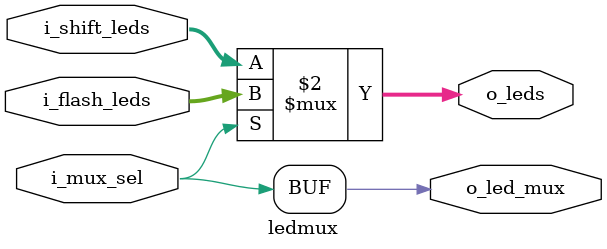
<source format=v>

module ledmux 
#(
	parameter N_LEDS = 4,
	parameter MUXSEL = 1	
)
(
	input [MUXSEL-1 : 0] i_mux_sel ,  			//btn[0] 
	input [N_LEDS -1 : 0] i_shift_leds,
	input [N_LEDS -1 : 0] i_flash_leds,  
	output [N_LEDS - 1 : 0] o_leds,
	output o_led_mux );

	
  	localparam SHIFT = 1'b0 ; 
  	localparam FLASH = 1'b1 ;


  	assign o_leds = (i_mux_sel == SHIFT) ? i_shift_leds : i_flash_leds;
 	assign o_led_mux = i_mux_sel ;

endmodule //ledmux
</source>
